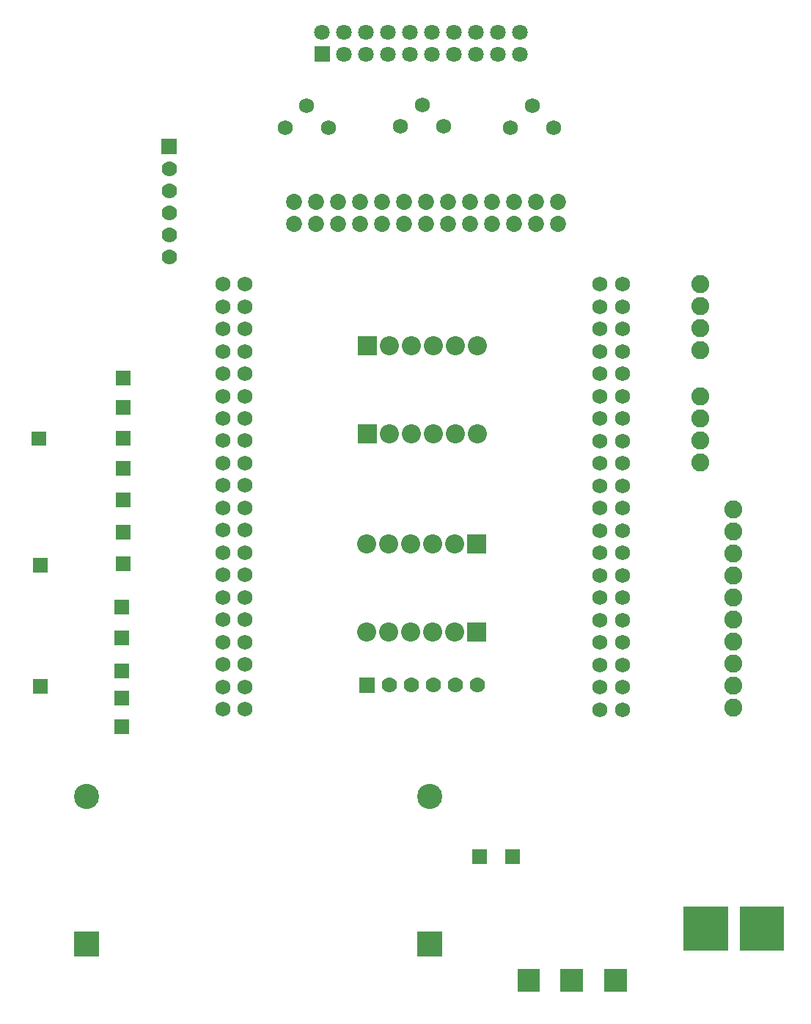
<source format=gts>
G04 Layer: TopSolderMaskLayer*
G04 EasyEDA v6.4.25, 2021-12-29T00:34:57+05:30*
G04 e214cb0dc0844b289ac3543a97dd1b39,71774f05ae434452a44acbc4d9ae3e3b,10*
G04 Gerber Generator version 0.2*
G04 Scale: 100 percent, Rotated: No, Reflected: No *
G04 Dimensions in millimeters *
G04 leading zeros omitted , absolute positions ,4 integer and 5 decimal *
%FSLAX45Y45*%
%MOMM*%

%ADD36C,1.7272*%
%ADD37C,1.7526*%
%ADD38C,1.7780*%
%ADD40C,2.2032*%
%ADD42C,1.8542*%
%ADD46C,2.9032*%
%ADD48C,2.0828*%
%ADD49C,1.8016*%

%LPD*%
D36*
G01*
X3331971Y4027931D03*
G01*
X3073907Y4027931D03*
G01*
X3331971Y4285995D03*
G01*
X3073907Y4285995D03*
G01*
X3331971Y4544060D03*
G01*
X3073907Y4544060D03*
G01*
X3331971Y4802123D03*
G01*
X3073907Y4802123D03*
G01*
X3331971Y5060187D03*
G01*
X3073907Y5060187D03*
G01*
X3331971Y5318252D03*
G01*
X3073907Y5318252D03*
G01*
X3331971Y5576315D03*
G01*
X3073907Y5576315D03*
G01*
X3331971Y5834379D03*
G01*
X3073907Y5834379D03*
G01*
X3331971Y6092444D03*
G01*
X3073907Y6092444D03*
G01*
X3331971Y6350507D03*
G01*
X3073907Y6350507D03*
D37*
G01*
X3331971Y6608571D03*
G01*
X3073907Y6608571D03*
G01*
X3331971Y6866636D03*
G01*
X3073907Y6866636D03*
G01*
X3331971Y7124700D03*
G01*
X3073907Y7124700D03*
G01*
X3331971Y7382763D03*
G01*
X3073907Y7382763D03*
G01*
X3331971Y7640828D03*
G01*
X3073907Y7640828D03*
G01*
X3331971Y7898892D03*
G01*
X3073907Y7898892D03*
G01*
X3331971Y8156955D03*
G01*
X3073907Y8156955D03*
G01*
X3331971Y8415020D03*
G01*
X3073907Y8415020D03*
G01*
X3331971Y8673084D03*
G01*
X3073907Y8673084D03*
G01*
X3331971Y8931147D03*
G01*
X3073907Y8931147D03*
D38*
G01*
X6010402Y4307839D03*
G01*
X5756402Y4307839D03*
G01*
X5502402Y4307839D03*
G01*
X5248402Y4307839D03*
G01*
X4994402Y4307839D03*
G36*
X4651502Y4218939D02*
G01*
X4651502Y4396739D01*
X4829302Y4396739D01*
X4829302Y4218939D01*
G37*
G01*
X2454402Y9248139D03*
G01*
X2454402Y9502139D03*
G01*
X2454402Y9756139D03*
G01*
X2454402Y10010139D03*
G01*
X2454402Y10264139D03*
G36*
X2365502Y10429239D02*
G01*
X2365502Y10607039D01*
X2543302Y10607039D01*
X2543302Y10429239D01*
G37*
D40*
G01*
X4737100Y5930900D03*
G36*
X5896863Y4804663D02*
G01*
X5896863Y5025136D01*
X6117336Y5025136D01*
X6117336Y4804663D01*
G37*
G01*
X5753100Y4914900D03*
G01*
X5499100Y4914900D03*
G01*
X5245100Y4914900D03*
G01*
X4991100Y4914900D03*
G01*
X4737100Y4914900D03*
G36*
X5896863Y5820663D02*
G01*
X5896863Y6041136D01*
X6117336Y6041136D01*
X6117336Y5820663D01*
G37*
G01*
X5753100Y5930900D03*
G01*
X5499100Y5930900D03*
G01*
X5245100Y5930900D03*
G01*
X4991100Y5930900D03*
G01*
X6010402Y7203439D03*
G36*
X4630165Y8109204D02*
G01*
X4630165Y8329676D01*
X4850637Y8329676D01*
X4850637Y8109204D01*
G37*
G01*
X4994402Y8219439D03*
G01*
X5248402Y8219439D03*
G01*
X5502402Y8219439D03*
G01*
X5756402Y8219439D03*
G01*
X6010402Y8219439D03*
G36*
X4630165Y7093204D02*
G01*
X4630165Y7313676D01*
X4850637Y7313676D01*
X4850637Y7093204D01*
G37*
G01*
X4994402Y7203439D03*
G01*
X5248402Y7203439D03*
G01*
X5502402Y7203439D03*
G01*
X5756402Y7203439D03*
D36*
G01*
X7427470Y8928605D03*
G01*
X7685534Y8928605D03*
G01*
X7427470Y8670541D03*
G01*
X7685534Y8670541D03*
G01*
X7427470Y8412477D03*
G01*
X7685534Y8412477D03*
G01*
X7427470Y8154413D03*
G01*
X7685534Y8154413D03*
G01*
X7427470Y7896349D03*
G01*
X7685534Y7896349D03*
G01*
X7427470Y7638285D03*
G01*
X7685534Y7638285D03*
G01*
X7427470Y7380221D03*
G01*
X7685534Y7380221D03*
G01*
X7427470Y7122157D03*
G01*
X7685534Y7122157D03*
G01*
X7427470Y6864093D03*
G01*
X7685534Y6864093D03*
G01*
X7427470Y6606029D03*
G01*
X7685534Y6606029D03*
D37*
G01*
X7427470Y6347965D03*
G01*
X7685534Y6347965D03*
G01*
X7427470Y6089901D03*
G01*
X7685534Y6089901D03*
G01*
X7427470Y5831837D03*
G01*
X7685534Y5831837D03*
G01*
X7427470Y5573773D03*
G01*
X7685534Y5573773D03*
G01*
X7427470Y5315709D03*
G01*
X7685534Y5315709D03*
G01*
X7427470Y5057645D03*
G01*
X7685534Y5057645D03*
G01*
X7427470Y4799581D03*
G01*
X7685534Y4799581D03*
G01*
X7427470Y4541517D03*
G01*
X7685534Y4541517D03*
G01*
X7427470Y4283453D03*
G01*
X7685534Y4283453D03*
G01*
X7427470Y4025389D03*
G01*
X7685534Y4025389D03*
D42*
G01*
X3898900Y9626600D03*
G01*
X4152900Y9626600D03*
G01*
X4406900Y9626600D03*
G01*
X4660900Y9626600D03*
G01*
X4914900Y9626600D03*
G01*
X5168900Y9626600D03*
G01*
X5422900Y9626600D03*
G01*
X5676900Y9626600D03*
G01*
X5930900Y9626600D03*
G01*
X6184900Y9626600D03*
G01*
X6438900Y9626600D03*
G01*
X6692900Y9626600D03*
G01*
X6946900Y9626600D03*
G01*
X6946900Y9880600D03*
G01*
X6692900Y9880600D03*
G01*
X6438900Y9880600D03*
G01*
X6184900Y9880600D03*
G01*
X5930900Y9880600D03*
G01*
X5676900Y9880600D03*
G01*
X5422900Y9880600D03*
G01*
X5168900Y9880600D03*
G01*
X4914900Y9880600D03*
G01*
X4660900Y9880600D03*
G01*
X4406900Y9880600D03*
G01*
X4152900Y9880600D03*
G01*
X3898900Y9880600D03*
G36*
X8393684Y1243584D02*
G01*
X8393684Y1753615D01*
X8903715Y1753615D01*
X8903715Y1243584D01*
G37*
G36*
X9041384Y1243584D02*
G01*
X9041384Y1753615D01*
X9551415Y1753615D01*
X9551415Y1243584D01*
G37*
G36*
X6969252Y771652D02*
G01*
X6969252Y1031747D01*
X7229347Y1031747D01*
X7229347Y771652D01*
G37*
G36*
X6473952Y771652D02*
G01*
X6473952Y1031747D01*
X6734047Y1031747D01*
X6734047Y771652D01*
G37*
G36*
X7477252Y771652D02*
G01*
X7477252Y1031747D01*
X7737347Y1031747D01*
X7737347Y771652D01*
G37*
G36*
X5951981Y2242820D02*
G01*
X5951981Y2410460D01*
X6119621Y2410460D01*
X6119621Y2242820D01*
G37*
G36*
X6332981Y2242820D02*
G01*
X6332981Y2410460D01*
X6500622Y2410460D01*
X6500622Y2242820D01*
G37*
D46*
G01*
X5464810Y3025647D03*
G36*
X5316473Y1172463D02*
G01*
X5316473Y1462786D01*
X5606795Y1462786D01*
X5606795Y1172463D01*
G37*
G36*
X1356868Y1178305D02*
G01*
X1356868Y1468628D01*
X1647189Y1468628D01*
X1647189Y1178305D01*
G37*
G01*
X1501902Y3025139D03*
G36*
X881379Y4208779D02*
G01*
X881379Y4376420D01*
X1049020Y4376420D01*
X1049020Y4208779D01*
G37*
G36*
X881379Y5605779D02*
G01*
X881379Y5773420D01*
X1049020Y5773420D01*
X1049020Y5605779D01*
G37*
G36*
X868679Y7066279D02*
G01*
X868679Y7233920D01*
X1036320Y7233920D01*
X1036320Y7066279D01*
G37*
G36*
X1824481Y4770120D02*
G01*
X1824481Y4937760D01*
X1992121Y4937760D01*
X1992121Y4770120D01*
G37*
G36*
X1837181Y6357620D02*
G01*
X1837181Y6525260D01*
X2004821Y6525260D01*
X2004821Y6357620D01*
G37*
G36*
X1837181Y7767320D02*
G01*
X1837181Y7934960D01*
X2004821Y7934960D01*
X2004821Y7767320D01*
G37*
G36*
X1824481Y4071620D02*
G01*
X1824481Y4239260D01*
X1992121Y4239260D01*
X1992121Y4071620D01*
G37*
G36*
X1837181Y5621020D02*
G01*
X1837181Y5788660D01*
X2004821Y5788660D01*
X2004821Y5621020D01*
G37*
G36*
X1837181Y7068820D02*
G01*
X1837181Y7236460D01*
X2004821Y7236460D01*
X2004821Y7068820D01*
G37*
G36*
X1824481Y4389120D02*
G01*
X1824481Y4556760D01*
X1992121Y4556760D01*
X1992121Y4389120D01*
G37*
G36*
X1837181Y5989320D02*
G01*
X1837181Y6156960D01*
X2004821Y6156960D01*
X2004821Y5989320D01*
G37*
G36*
X1837181Y7424420D02*
G01*
X1837181Y7592060D01*
X2004821Y7592060D01*
X2004821Y7424420D01*
G37*
G36*
X1824481Y3741420D02*
G01*
X1824481Y3909060D01*
X1992121Y3909060D01*
X1992121Y3741420D01*
G37*
G36*
X1824481Y5125720D02*
G01*
X1824481Y5293360D01*
X1992121Y5293360D01*
X1992121Y5125720D01*
G37*
G36*
X1837181Y6725920D02*
G01*
X1837181Y6893560D01*
X2004821Y6893560D01*
X2004821Y6725920D01*
G37*
D48*
G01*
X8585202Y8928097D03*
G01*
X8585202Y8674097D03*
G01*
X8585202Y8420097D03*
G01*
X8585202Y8166097D03*
G01*
X8962900Y4048757D03*
G01*
X8962900Y4302757D03*
G01*
X8962900Y4556757D03*
G01*
X8962900Y4810757D03*
G01*
X8962900Y5064757D03*
G01*
X8962900Y5318757D03*
G01*
X8962900Y5572757D03*
G01*
X8962900Y5826757D03*
G01*
X8962900Y6080757D03*
G01*
X8962900Y6334757D03*
D36*
G01*
X4041927Y10985957D03*
G01*
X4291914Y10735970D03*
G01*
X3791915Y10735970D03*
G01*
X6645427Y10985957D03*
G01*
X6895414Y10735970D03*
G01*
X6395415Y10735970D03*
G01*
X5375427Y10998657D03*
G01*
X5625414Y10748670D03*
G01*
X5125415Y10748670D03*
D49*
G01*
X6505702Y11838939D03*
G01*
X6505702Y11584939D03*
G01*
X6251702Y11838939D03*
G01*
X6251702Y11584939D03*
G01*
X5997702Y11838939D03*
G01*
X5997702Y11584939D03*
G01*
X5743702Y11838939D03*
G01*
X5743702Y11584939D03*
G01*
X5489702Y11838939D03*
G01*
X5489702Y11584939D03*
G01*
X5235702Y11838939D03*
G01*
X5235702Y11584939D03*
G01*
X4981702Y11838939D03*
G01*
X4981702Y11584939D03*
G01*
X4727702Y11838939D03*
G01*
X4727702Y11584939D03*
G01*
X4473702Y11838939D03*
G01*
X4473702Y11584939D03*
G01*
X4219702Y11838939D03*
G36*
X4129531Y11494770D02*
G01*
X4129531Y11675110D01*
X4309871Y11675110D01*
X4309871Y11494770D01*
G37*
D48*
G01*
X8585202Y6870697D03*
G01*
X8585202Y7124697D03*
G01*
X8585202Y7378697D03*
G01*
X8585202Y7632697D03*
M02*

</source>
